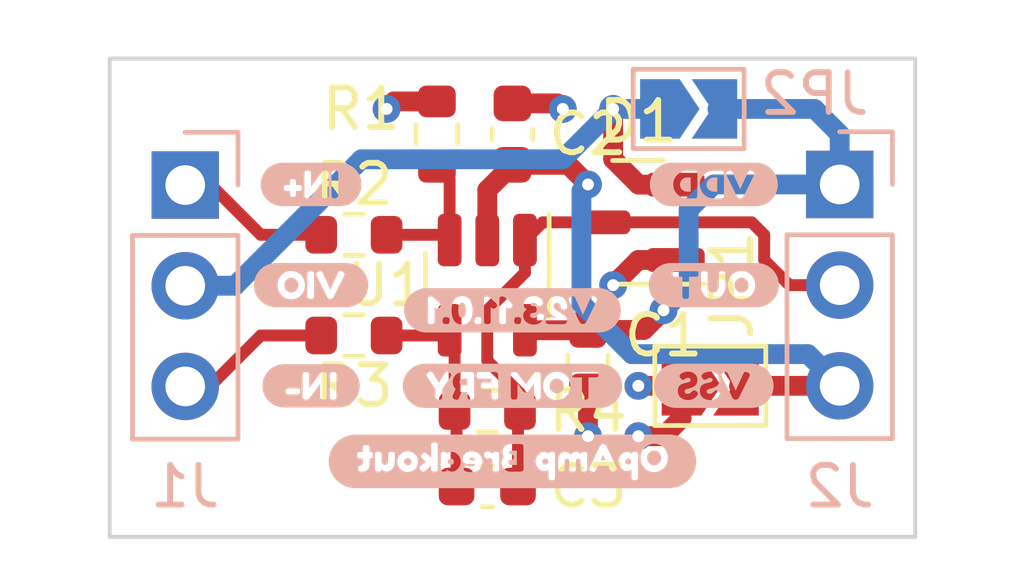
<source format=kicad_pcb>
(kicad_pcb (version 20221018) (generator pcbnew)
  (layers (0 "F.Cu" signal) (1 "In1.Cu" power) (2 "In2.Cu" power) (31 "B.Cu" signal) (34 "B.Paste" user) (35 "F.Paste" user) (36 "B.SilkS" user "B.Silkscreen") (37 "F.SilkS" user "F.Silkscreen") (38 "B.Mask" user) (39 "F.Mask" user) (44 "Edge.Cuts" user))
  (net 0 "")
  (net 1 "VSS")
  (net 2 "VDD")
  (net 3 "/OUT")
  (net 4 "/IN+")
  (net 5 "/IN-")
  (net 6 "GND")
  (net 7 "Net-(J1-Pin_1)")
  (net 8 "Net-(J1-Pin_3)")
  (net 9 "VIO")
  (footprint "Package_TO_SOT_SMD:SOT-23" (layer "F.Cu") (at 137.16 87.315 180)
    (fp_text reference "D1" (at 0 2.54) (layer "F.SilkS"))
    (fp_text value "BAT54S")
    (pad "1" smd roundrect (at -0.9375 -0.95 180) (size 1.475 0.6) (layers "F.Cu" "F.Paste" "F.Mask") (net 6 "GND"))
    (pad "2" smd roundrect (at -0.9375 0.95 180) (size 1.475 0.6) (layers "F.Cu" "F.Paste" "F.Mask") (net 9 "VIO"))
    (pad "3" smd roundrect (at 0.9375 0 180) (size 1.475 0.6) (layers "F.Cu" "F.Paste" "F.Mask") (net 3 "/OUT"))
  )
  (footprint "Package_TO_SOT_SMD:SOT-23-5" (layer "F.Cu") (at 133.35 88.9 -90)
    (fp_text reference "U1" (at 0 2.54 -180) (layer "F.SilkS"))
    (fp_text value "OPA99X")
    (pad "1" smd roundrect (at -1.1375 -0.95 270) (size 1.325 0.6) (layers "F.Cu" "F.Paste" "F.Mask") (net 3 "/OUT"))
    (pad "2" smd roundrect (at -1.1375 0 270) (size 1.325 0.6) (layers "F.Cu" "F.Paste" "F.Mask") (net 1 "VSS"))
    (pad "3" smd roundrect (at -1.1375 0.95 270) (size 1.325 0.6) (layers "F.Cu" "F.Paste" "F.Mask") (net 4 "/IN+"))
    (pad "4" smd roundrect (at 1.1375 0.95 270) (size 1.325 0.6) (layers "F.Cu" "F.Paste" "F.Mask") (net 5 "/IN-"))
    (pad "5" smd roundrect (at 1.1375 -0.95 270) (size 1.325 0.6) (layers "F.Cu" "F.Paste" "F.Mask") (net 2 "VDD"))
  )
  (footprint "Capacitor_SMD:C_0603_1608Metric" (layer "F.Cu") (at 133.35 93.98)
    (fp_text reference "C3" (at 2.54 0) (layer "F.SilkS"))
    (fp_text value "C_Small")
    (pad "1" smd roundrect (at -0.775 0) (size 0.9 0.95) (layers "F.Cu" "F.Paste" "F.Mask") (net 5 "/IN-"))
    (pad "2" smd roundrect (at 0.775 0) (size 0.9 0.95) (layers "F.Cu" "F.Paste" "F.Mask") (net 3 "/OUT"))
  )
  (footprint "Resistor_SMD:R_0603_1608Metric" (layer "F.Cu") (at 129.985 90.17)
    (fp_text reference "R3" (at 0 1.27) (layer "F.SilkS"))
    (fp_text value "R_Small")
    (pad "1" smd roundrect (at -0.825 0) (size 0.8 0.95) (layers "F.Cu" "F.Paste" "F.Mask") (net 8 "Net-(J1-Pin_3)"))
    (pad "2" smd roundrect (at 0.825 0) (size 0.8 0.95) (layers "F.Cu" "F.Paste" "F.Mask") (net 5 "/IN-"))
  )
  (footprint "Capacitor_SMD:C_0603_1608Metric" (layer "F.Cu") (at 133.985 85.09 90)
    (fp_text reference "C2" (at 0 1.905 180) (layer "F.SilkS"))
    (fp_text value "100nF")
    (pad "1" smd roundrect (at -0.775 0 90) (size 0.9 0.95) (layers "F.Cu" "F.Paste" "F.Mask") (net 1 "VSS"))
    (pad "2" smd roundrect (at 0.775 0 90) (size 0.9 0.95) (layers "F.Cu" "F.Paste" "F.Mask") (net 6 "GND"))
  )
  (footprint "Capacitor_SMD:C_0603_1608Metric" (layer "F.Cu") (at 135.89 90.805 90)
    (fp_text reference "C1" (at 0.635 1.905 180) (layer "F.SilkS"))
    (fp_text value "100nF")
    (pad "1" smd roundrect (at -0.775 0 90) (size 0.9 0.95) (layers "F.Cu" "F.Paste" "F.Mask") (net 6 "GND"))
    (pad "2" smd roundrect (at 0.775 0 90) (size 0.9 0.95) (layers "F.Cu" "F.Paste" "F.Mask") (net 2 "VDD"))
  )
  (footprint "Resistor_SMD:R_0603_1608Metric" (layer "F.Cu") (at 129.985 87.63 180)
    (fp_text reference "R2" (at 0 1.27) (layer "F.SilkS"))
    (fp_text value "R_Small")
    (pad "1" smd roundrect (at -0.825 0 180) (size 0.8 0.95) (layers "F.Cu" "F.Paste" "F.Mask") (net 4 "/IN+"))
    (pad "2" smd roundrect (at 0.825 0 180) (size 0.8 0.95) (layers "F.Cu" "F.Paste" "F.Mask") (net 7 "Net-(J1-Pin_1)"))
  )
  (footprint "Jumper:SolderJumper-2_P1.3mm_Open_TrianglePad1.0x1.5mm" (layer "F.Cu") (at 138.975 91.44)
    (fp_text reference "JP1" (at 0.545 -2.54 90) (layer "F.SilkS"))
    (fp_text value "Jmp_VSS_GND")
    (pad "1" smd custom (at -0.725 0) (size 0.3 0.3) (layers "F.Cu" "F.Mask") (net 6 "GND") (options (clearance outline) (anchor rect)) (primitives (gr_poly (pts (xy 1 0) (xy 0.5 0.75) (xy -0.5 0.75) (xy -0.5 -0.75) (xy 0.5 -0.75)) (width 0) (fill yes))))
    (pad "2" smd custom (at 0.725 0) (size 0.3 0.3) (layers "F.Cu" "F.Mask") (net 1 "VSS") (options (clearance outline) (anchor rect)) (primitives (gr_poly (pts (xy 0.5 0.75) (xy -0.65 0.75) (xy -0.15 0) (xy -0.65 -0.75) (xy 0.5 -0.75)) (width 0) (fill yes))))
  )
  (footprint "Resistor_SMD:R_0603_1608Metric" (layer "F.Cu") (at 132.08 85.09 -90)
    (fp_text reference "R1" (at -0.635 1.905 -180) (layer "F.SilkS"))
    (fp_text value "R_Small")
    (pad "1" smd roundrect (at -0.825 0 270) (size 0.8 0.95) (layers "F.Cu" "F.Paste" "F.Mask") (net 6 "GND"))
    (pad "2" smd roundrect (at 0.825 0 270) (size 0.8 0.95) (layers "F.Cu" "F.Paste" "F.Mask") (net 4 "/IN+"))
  )
  (footprint "Resistor_SMD:R_0603_1608Metric" (layer "F.Cu") (at 133.35 92.075)
    (fp_text reference "R4" (at 2.54 0) (layer "F.SilkS"))
    (fp_text value "R_Small")
    (pad "1" smd roundrect (at -0.825 0) (size 0.8 0.95) (layers "F.Cu" "F.Paste" "F.Mask") (net 5 "/IN-"))
    (pad "2" smd roundrect (at 0.825 0) (size 0.8 0.95) (layers "F.Cu" "F.Paste" "F.Mask") (net 3 "/OUT"))
  )
  (footprint "kibuzzard-65501606" (layer "B.Cu") (at 133.985 93.345 180)
    (fp_text reference "kibuzzard-65501606" hide)
    (fp_text value "G***" hide)
  )
  (footprint "kibuzzard-655015B1" (layer "B.Cu") (at 128.905 91.44 180)
    (fp_text reference "kibuzzard-655015B1" hide)
    (fp_text value "G***" hide)
  )
  (footprint "kibuzzard-65501622" (layer "B.Cu") (at 133.985 91.44 180)
    (fp_text reference "kibuzzard-65501622" hide)
    (fp_text value "G***" hide)
  )
  (footprint "Connector_PinHeader_2.54mm:PinHeader_1x03_P2.54mm_Vertical" (layer "B.Cu") (at 125.73 86.375 180)
    (fp_text reference "J1" (at 0 -7.605) (layer "B.SilkS") (effects (justify mirror)))
    (fp_text value "Conn_01x03")
    (pad "1" thru_hole rect (at 0 0 180) (size 1.7 1.7) (drill 1) (layers "*.Cu" "*.Mask") (net 7 "Net-(J1-Pin_1)"))
    (pad "2" thru_hole oval (at 0 -2.54 180) (size 1.7 1.7) (drill 1) (layers "*.Cu" "*.Mask") (net 9 "VIO"))
    (pad "3" thru_hole oval (at 0 -5.08 180) (size 1.7 1.7) (drill 1) (layers "*.Cu" "*.Mask") (net 8 "Net-(J1-Pin_3)"))
  )
  (footprint "kibuzzard-6550156A" (layer "B.Cu") (at 139.065 88.9 180)
    (fp_text reference "kibuzzard-6550156A" hide)
    (fp_text value "G***" hide)
  )
  (footprint "kibuzzard-655015A2" (layer "B.Cu") (at 128.905 88.9 180)
    (fp_text reference "kibuzzard-655015A2" hide)
    (fp_text value "G***" hide)
  )
  (footprint "kibuzzard-655015F1" (layer "B.Cu") (at 133.985 89.535 180)
    (fp_text reference "kibuzzard-655015F1" hide)
    (fp_text value "G***" hide)
  )
  (footprint "kibuzzard-6550157F" (layer "B.Cu") (at 139.065 86.36 180)
    (fp_text reference "kibuzzard-6550157F" hide)
    (fp_text value "G***" hide)
  )
  (footprint "kibuzzard-65501596" (layer "B.Cu") (at 128.905 86.36 180)
    (fp_text reference "kibuzzard-65501596" hide)
    (fp_text value "G***" hide)
  )
  (footprint "Connector_PinHeader_2.54mm:PinHeader_1x03_P2.54mm_Vertical" (layer "B.Cu") (at 142.24 86.36 180)
    (fp_text reference "J2" (at 0 -7.62) (layer "B.SilkS") (effects (justify mirror)))
    (fp_text value "Conn_01x03")
    (pad "1" thru_hole rect (at 0 0 180) (size 1.7 1.7) (drill 1) (layers "*.Cu" "*.Mask") (net 2 "VDD"))
    (pad "2" thru_hole oval (at 0 -2.54 180) (size 1.7 1.7) (drill 1) (layers "*.Cu" "*.Mask") (net 3 "/OUT"))
    (pad "3" thru_hole oval (at 0 -5.08 180) (size 1.7 1.7) (drill 1) (layers "*.Cu" "*.Mask") (net 1 "VSS"))
  )
  (footprint "Jumper:SolderJumper-2_P1.3mm_Open_TrianglePad1.0x1.5mm" (layer "B.Cu") (at 138.43 84.455)
    (fp_text reference "JP2" (at 3.175 -0.381) (layer "B.SilkS") (effects (justify mirror)))
    (fp_text value "Jmp_VIO_VDD")
    (pad "1" smd custom (at -0.725 0) (size 0.3 0.3) (layers "B.Cu" "B.Mask") (net 9 "VIO") (options (clearance outline) (anchor rect)) (primitives (gr_poly (pts (xy 1 0) (xy 0.5 -0.75) (xy -0.5 -0.75) (xy -0.5 0.75) (xy 0.5 0.75)) (width 0) (fill yes))))
    (pad "2" smd custom (at 0.725 0) (size 0.3 0.3) (layers "B.Cu" "B.Mask") (net 2 "VDD") (options (clearance outline) (anchor rect)) (primitives (gr_poly (pts (xy 0.5 -0.75) (xy -0.65 -0.75) (xy -0.15 0) (xy -0.65 0.75) (xy 0.5 0.75)) (width 0) (fill yes))))
  )
  (footprint "kibuzzard-6550158B" (layer "B.Cu") (at 139.065 91.44 180)
    (fp_text reference "kibuzzard-6550158B" hide)
    (fp_text value "G***" hide)
  )
  (gr_line (start 123.825 95.25) (end 144.145 95.25) (stroke (width 0.1)) (layer "Edge.Cuts"))
  (gr_line (start 123.825 83.185) (end 123.825 95.25) (stroke (width 0.1)) (layer "Edge.Cuts"))
  (gr_line (start 144.145 95.25) (end 144.145 83.185) (stroke (width 0.1)) (layer "Edge.Cuts"))
  (gr_line (start 144.145 83.185) (end 123.825 83.185) (stroke (width 0.1)) (layer "Edge.Cuts"))
  (segment (start 133.985 85.865) (end 135.395 85.865) (width 0.5) (layer "F.Cu") (net 1))
  (segment (start 133.35 86.5) (end 133.985 85.865) (width 0.5) (layer "F.Cu") (net 1))
  (segment (start 142.24 91.44) (end 139.7 91.44) (width 0.5) (layer "F.Cu") (net 1))
  (segment (start 133.35 87.7625) (end 133.35 86.5) (width 0.5) (layer "F.Cu") (net 1))
  (segment (start 135.395 85.865) (end 135.89 86.36) (width 0.5) (layer "F.Cu") (net 1))
  (via (at 135.89 86.36) (size 0.7) (drill 0.3) (layers "F.Cu" "B.Cu") (net 1))
  (segment (start 135.89 86.36) (end 135.725 86.525) (width 0.5) (layer "B.Cu") (net 1))
  (segment (start 135.725 86.525) (end 135.725 89.37) (width 0.5) (layer "B.Cu") (net 1))
  (segment (start 141.44 90.64) (end 142.24 91.44) (width 0.5) (layer "B.Cu") (net 1))
  (segment (start 135.725 89.37) (end 136.995 90.64) (width 0.5) (layer "B.Cu") (net 1))
  (segment (start 136.995 90.64) (end 141.44 90.64) (width 0.5) (layer "B.Cu") (net 1))
  (segment (start 134.3 90.0375) (end 135.8825 90.0375) (width 0.5) (layer "F.Cu") (net 2))
  (segment (start 137.3 90.03) (end 137.795 89.535) (width 0.5) (layer "F.Cu") (net 2))
  (segment (start 135.8825 90.0375) (end 135.89 90.03) (width 0.5) (layer "F.Cu") (net 2))
  (segment (start 135.89 90.03) (end 137.3 90.03) (width 0.5) (layer "F.Cu") (net 2))
  (via (at 137.795 89.535) (size 0.7) (drill 0.3) (layers "F.Cu" "B.Cu") (net 2))
  (segment (start 141.605 84.455) (end 142.24 85.09) (width 0.5) (layer "B.Cu") (net 2))
  (segment (start 139.065 86.36) (end 142.24 86.36) (width 0.5) (layer "B.Cu") (net 2))
  (segment (start 139.155 84.455) (end 141.605 84.455) (width 0.5) (layer "B.Cu") (net 2))
  (segment (start 142.24 85.09) (end 142.24 86.36) (width 0.5) (layer "B.Cu") (net 2))
  (segment (start 138.43 88.9) (end 138.43 86.995) (width 0.5) (layer "B.Cu") (net 2))
  (segment (start 137.795 89.535) (end 138.43 88.9) (width 0.5) (layer "B.Cu") (net 2))
  (segment (start 138.43 86.995) (end 139.065 86.36) (width 0.5) (layer "B.Cu") (net 2))
  (segment (start 133.35 90.805) (end 133.35 89.535) (width 0.3) (layer "F.Cu") (net 3))
  (segment (start 134.175 91.63) (end 133.35 90.805) (width 0.3) (layer "F.Cu") (net 3))
  (segment (start 140.97 88.9) (end 142.24 88.9) (width 0.3) (layer "F.Cu") (net 3))
  (segment (start 134.3 88.585) (end 134.3 87.7625) (width 0.3) (layer "F.Cu") (net 3))
  (segment (start 136.2225 87.315) (end 140.02 87.315) (width 0.3) (layer "F.Cu") (net 3))
  (segment (start 140.02 87.315) (end 140.335 87.63) (width 0.3) (layer "F.Cu") (net 3))
  (segment (start 134.125 92.125) (end 134.175 92.075) (width 0.3) (layer "F.Cu") (net 3))
  (segment (start 134.7475 87.315) (end 134.3 87.7625) (width 0.3) (layer "F.Cu") (net 3))
  (segment (start 140.335 88.265) (end 140.97 88.9) (width 0.3) (layer "F.Cu") (net 3))
  (segment (start 140.335 87.63) (end 140.335 88.265) (width 0.3) (layer "F.Cu") (net 3))
  (segment (start 133.35 89.535) (end 134.3 88.585) (width 0.3) (layer "F.Cu") (net 3))
  (segment (start 134.125 93.98) (end 134.125 92.125) (width 0.3) (layer "F.Cu") (net 3))
  (segment (start 136.2225 87.315) (end 134.7475 87.315) (width 0.3) (layer "F.Cu") (net 3))
  (segment (start 134.175 92.075) (end 134.175 91.63) (width 0.3) (layer "F.Cu") (net 3))
  (segment (start 132.4 86.235) (end 132.08 85.915) (width 0.3) (layer "F.Cu") (net 4))
  (segment (start 130.81 87.63) (end 132.2675 87.63) (width 0.3) (layer "F.Cu") (net 4))
  (segment (start 132.2675 87.63) (end 132.4 87.7625) (width 0.3) (layer "F.Cu") (net 4))
  (segment (start 132.4 87.7625) (end 132.4 86.235) (width 0.3) (layer "F.Cu") (net 4))
  (segment (start 132.525 92.075) (end 132.525 90.1625) (width 0.3) (layer "F.Cu") (net 5))
  (segment (start 132.575 92.125) (end 132.525 92.075) (width 0.3) (layer "F.Cu") (net 5))
  (segment (start 132.575 93.98) (end 132.575 92.125) (width 0.3) (layer "F.Cu") (net 5))
  (segment (start 132.525 90.1625) (end 132.4 90.0375) (width 0.3) (layer "F.Cu") (net 5))
  (segment (start 130.81 90.17) (end 132.2675 90.17) (width 0.3) (layer "F.Cu") (net 5))
  (segment (start 132.2675 90.17) (end 132.4 90.0375) (width 0.3) (layer "F.Cu") (net 5))
  (segment (start 132.08 84.265) (end 131 84.265) (width 0.5) (layer "F.Cu") (net 6))
  (segment (start 138.0975 88.265) (end 137.16 88.265) (width 0.5) (layer "F.Cu") (net 6))
  (segment (start 131 84.265) (end 130.81 84.455) (width 0.5) (layer "F.Cu") (net 6))
  (segment (start 137.795 92.71) (end 138.25 92.255) (width 0.5) (layer "F.Cu") (net 6))
  (segment (start 135.89 91.58) (end 135.89 92.71) (width 0.5) (layer "F.Cu") (net 6))
  (segment (start 138.25 92.255) (end 138.25 91.44) (width 0.5) (layer "F.Cu") (net 6))
  (segment (start 137.16 88.265) (end 136.525 88.9) (width 0.5) (layer "F.Cu") (net 6))
  (segment (start 133.985 84.315) (end 135.115 84.315) (width 0.5) (layer "F.Cu") (net 6))
  (segment (start 138.25 91.44) (end 137.16 91.44) (width 0.5) (layer "F.Cu") (net 6))
  (segment (start 135.115 84.315) (end 135.255 84.455) (width 0.5) (layer "F.Cu") (net 6))
  (segment (start 137.16 92.71) (end 137.795 92.71) (width 0.5) (layer "F.Cu") (net 6))
  (via (at 135.255 84.455) (size 0.7) (drill 0.3) (layers "F.Cu" "B.Cu") (net 6))
  (via (at 137.16 92.71) (size 0.7) (drill 0.3) (layers "F.Cu" "B.Cu") (net 6))
  (via (at 130.81 84.455) (size 0.7) (drill 0.3) (layers "F.Cu" "B.Cu") (net 6))
  (via (at 135.89 92.71) (size 0.7) (drill 0.3) (layers "F.Cu" "B.Cu") (net 6))
  (via (at 136.525 88.9) (size 0.7) (drill 0.3) (layers "F.Cu" "B.Cu") (net 6))
  (via (at 137.16 91.44) (size 0.7) (drill 0.3) (layers "F.Cu" "B.Cu") (net 6))
  (segment (start 125.73 86.375) (end 126.35 86.375) (width 0.3) (layer "F.Cu") (net 7))
  (segment (start 126.365 86.36) (end 127.635 87.63) (width 0.3) (layer "F.Cu") (net 7))
  (segment (start 127.635 87.63) (end 129.16 87.63) (width 0.3) (layer "F.Cu") (net 7))
  (segment (start 126.35 86.375) (end 126.365 86.36) (width 0.3) (layer "F.Cu") (net 7))
  (segment (start 127.635 90.17) (end 129.16 90.17) (width 0.3) (layer "F.Cu") (net 8))
  (segment (start 125.73 91.455) (end 126.35 91.455) (width 0.3) (layer "F.Cu") (net 8))
  (segment (start 126.35 91.455) (end 127.635 90.17) (width 0.3) (layer "F.Cu") (net 8))
  (segment (start 136.525 85.725) (end 137.165 86.365) (width 0.5) (layer "F.Cu") (net 9))
  (segment (start 136.525 84.455) (end 136.525 85.725) (width 0.5) (layer "F.Cu") (net 9))
  (segment (start 137.165 86.365) (end 138.0975 86.365) (width 0.5) (layer "F.Cu") (net 9))
  (via (at 136.525 84.455) (size 0.7) (drill 0.3) (layers "F.Cu" "B.Cu") (net 9))
  (segment (start 136.525 84.455) (end 135.255 85.725) (width 0.5) (layer "B.Cu") (net 9))
  (segment (start 130.175 85.725) (end 126.985 88.915) (width 0.5) (layer "B.Cu") (net 9))
  (segment (start 136.525 84.455) (end 137.705 84.455) (width 0.5) (layer "B.Cu") (net 9))
  (segment (start 126.985 88.915) (end 125.73 88.915) (width 0.5) (layer "B.Cu") (net 9))
  (segment (start 135.255 85.725) (end 130.175 85.725) (width 0.5) (layer "B.Cu") (net 9))
)
</source>
